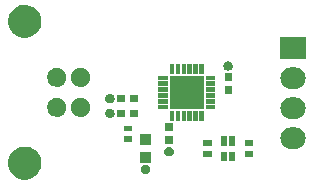
<source format=gts>
G04 #@! TF.FileFunction,Soldermask,Top*
%FSLAX46Y46*%
G04 Gerber Fmt 4.6, Leading zero omitted, Abs format (unit mm)*
G04 Created by KiCad (PCBNEW LL-2015-09-25-git:d09c0a2-llkicadgr) date Fri 25 Sep 2015 11:15:43 PM EEST*
%MOMM*%
G01*
G04 APERTURE LIST*
%ADD10C,0.150000*%
G04 APERTURE END LIST*
D10*
G36*
X134448049Y-109580401D02*
X134716999Y-109635609D01*
X134970100Y-109742002D01*
X135197718Y-109895532D01*
X135391182Y-110090352D01*
X135543121Y-110319037D01*
X135647742Y-110572870D01*
X135701004Y-110841858D01*
X135701004Y-110841868D01*
X135701070Y-110842202D01*
X135696691Y-111155797D01*
X135696615Y-111156131D01*
X135696615Y-111156143D01*
X135635867Y-111423529D01*
X135524194Y-111674350D01*
X135365931Y-111898702D01*
X135167101Y-112088045D01*
X134935289Y-112235157D01*
X134679312Y-112334445D01*
X134408930Y-112382120D01*
X134134433Y-112376371D01*
X133866275Y-112317412D01*
X133614690Y-112207497D01*
X133389231Y-112050799D01*
X133198509Y-111853300D01*
X133049782Y-111622522D01*
X132948711Y-111367245D01*
X132899147Y-111097194D01*
X132902981Y-110822666D01*
X132960063Y-110554112D01*
X133068224Y-110301755D01*
X133223339Y-110075216D01*
X133419504Y-109883116D01*
X133649242Y-109732780D01*
X133903806Y-109629930D01*
X134173496Y-109578484D01*
X134448049Y-109580401D01*
X134448049Y-109580401D01*
G37*
G36*
X144542013Y-111100265D02*
X144618857Y-111116039D01*
X144691169Y-111146436D01*
X144756206Y-111190304D01*
X144811478Y-111245963D01*
X144854891Y-111311304D01*
X144884782Y-111383825D01*
X144899951Y-111460433D01*
X144899951Y-111460444D01*
X144900017Y-111460778D01*
X144898766Y-111550376D01*
X144898689Y-111550715D01*
X144898689Y-111550718D01*
X144881388Y-111626874D01*
X144849483Y-111698533D01*
X144804266Y-111762633D01*
X144747454Y-111816733D01*
X144681225Y-111858763D01*
X144608088Y-111887132D01*
X144530839Y-111900752D01*
X144452411Y-111899110D01*
X144375793Y-111882264D01*
X144303914Y-111850861D01*
X144239494Y-111806088D01*
X144185004Y-111749662D01*
X144142510Y-111683725D01*
X144113634Y-111610791D01*
X144099472Y-111533630D01*
X144100568Y-111455195D01*
X144116876Y-111378468D01*
X144147780Y-111306365D01*
X144192098Y-111241640D01*
X144248146Y-111186753D01*
X144313784Y-111143801D01*
X144386517Y-111114415D01*
X144463568Y-111099717D01*
X144542013Y-111100265D01*
X144542013Y-111100265D01*
G37*
G36*
X144948780Y-110948080D02*
X144051220Y-110948080D01*
X144051220Y-110050520D01*
X144948780Y-110050520D01*
X144948780Y-110948080D01*
X144948780Y-110948080D01*
G37*
G36*
X152100000Y-110800000D02*
X151600000Y-110800000D01*
X151600000Y-110000000D01*
X152100000Y-110000000D01*
X152100000Y-110800000D01*
X152100000Y-110800000D01*
G37*
G36*
X151400000Y-110800000D02*
X150900000Y-110800000D01*
X150900000Y-110000000D01*
X151400000Y-110000000D01*
X151400000Y-110800000D01*
X151400000Y-110800000D01*
G37*
G36*
X150100000Y-110450000D02*
X149400000Y-110450000D01*
X149400000Y-109950000D01*
X150100000Y-109950000D01*
X150100000Y-110450000D01*
X150100000Y-110450000D01*
G37*
G36*
X153600000Y-110450000D02*
X152900000Y-110450000D01*
X152900000Y-109950000D01*
X153600000Y-109950000D01*
X153600000Y-110450000D01*
X153600000Y-110450000D01*
G37*
G36*
X146542013Y-109600265D02*
X146618857Y-109616039D01*
X146691169Y-109646436D01*
X146756206Y-109690304D01*
X146811478Y-109745963D01*
X146854891Y-109811304D01*
X146884782Y-109883825D01*
X146899951Y-109960433D01*
X146899951Y-109960444D01*
X146900017Y-109960778D01*
X146898766Y-110050376D01*
X146898689Y-110050715D01*
X146898689Y-110050718D01*
X146881388Y-110126874D01*
X146849483Y-110198533D01*
X146804266Y-110262633D01*
X146747454Y-110316733D01*
X146681225Y-110358763D01*
X146608088Y-110387132D01*
X146530839Y-110400752D01*
X146452411Y-110399110D01*
X146375793Y-110382264D01*
X146303914Y-110350861D01*
X146239494Y-110306088D01*
X146185004Y-110249662D01*
X146142510Y-110183725D01*
X146113634Y-110110791D01*
X146099472Y-110033630D01*
X146100568Y-109955195D01*
X146116876Y-109878468D01*
X146147780Y-109806365D01*
X146192098Y-109741640D01*
X146248146Y-109686753D01*
X146313784Y-109643801D01*
X146386517Y-109614415D01*
X146463568Y-109599717D01*
X146542013Y-109600265D01*
X146542013Y-109600265D01*
G37*
G36*
X157164938Y-107956451D02*
X157170314Y-107956489D01*
X157347506Y-107976364D01*
X157517463Y-108030278D01*
X157673712Y-108116176D01*
X157810300Y-108230788D01*
X157922026Y-108369746D01*
X158004633Y-108527759D01*
X158054976Y-108698808D01*
X158054979Y-108698842D01*
X158054983Y-108698855D01*
X158071139Y-108876376D01*
X158052506Y-109053655D01*
X158052502Y-109053668D01*
X158052498Y-109053705D01*
X157999772Y-109224034D01*
X157914967Y-109380879D01*
X157801312Y-109518264D01*
X157663137Y-109630957D01*
X157505704Y-109714665D01*
X157335011Y-109766201D01*
X157157558Y-109783600D01*
X156842406Y-109783600D01*
X156835062Y-109783549D01*
X156829686Y-109783511D01*
X156652494Y-109763636D01*
X156482537Y-109709722D01*
X156326288Y-109623824D01*
X156189700Y-109509212D01*
X156077974Y-109370254D01*
X155995367Y-109212241D01*
X155945024Y-109041192D01*
X155945021Y-109041158D01*
X155945017Y-109041145D01*
X155928861Y-108863624D01*
X155947494Y-108686345D01*
X155947498Y-108686332D01*
X155947502Y-108686295D01*
X156000228Y-108515966D01*
X156085033Y-108359121D01*
X156198688Y-108221736D01*
X156336863Y-108109043D01*
X156494296Y-108025335D01*
X156664989Y-107973799D01*
X156842442Y-107956400D01*
X157157594Y-107956400D01*
X157164938Y-107956451D01*
X157164938Y-107956451D01*
G37*
G36*
X153600000Y-109550000D02*
X152900000Y-109550000D01*
X152900000Y-109050000D01*
X153600000Y-109050000D01*
X153600000Y-109550000D01*
X153600000Y-109550000D01*
G37*
G36*
X150100000Y-109550000D02*
X149400000Y-109550000D01*
X149400000Y-109050000D01*
X150100000Y-109050000D01*
X150100000Y-109550000D01*
X150100000Y-109550000D01*
G37*
G36*
X152100000Y-109500000D02*
X151600000Y-109500000D01*
X151600000Y-108700000D01*
X152100000Y-108700000D01*
X152100000Y-109500000D01*
X152100000Y-109500000D01*
G37*
G36*
X151400000Y-109500000D02*
X150900000Y-109500000D01*
X150900000Y-108700000D01*
X151400000Y-108700000D01*
X151400000Y-109500000D01*
X151400000Y-109500000D01*
G37*
G36*
X144948780Y-109449480D02*
X144051220Y-109449480D01*
X144051220Y-108551920D01*
X144948780Y-108551920D01*
X144948780Y-109449480D01*
X144948780Y-109449480D01*
G37*
G36*
X146800000Y-109400000D02*
X146200000Y-109400000D01*
X146200000Y-108700000D01*
X146800000Y-108700000D01*
X146800000Y-109400000D01*
X146800000Y-109400000D01*
G37*
G36*
X143350000Y-109200000D02*
X142650000Y-109200000D01*
X142650000Y-108700000D01*
X143350000Y-108700000D01*
X143350000Y-109200000D01*
X143350000Y-109200000D01*
G37*
G36*
X146800000Y-108300000D02*
X146200000Y-108300000D01*
X146200000Y-107600000D01*
X146800000Y-107600000D01*
X146800000Y-108300000D01*
X146800000Y-108300000D01*
G37*
G36*
X143350000Y-108300000D02*
X142650000Y-108300000D01*
X142650000Y-107800000D01*
X143350000Y-107800000D01*
X143350000Y-108300000D01*
X143350000Y-108300000D01*
G37*
G36*
X149435000Y-107410000D02*
X149065000Y-107410000D01*
X149065000Y-106590000D01*
X149435000Y-106590000D01*
X149435000Y-107410000D01*
X149435000Y-107410000D01*
G37*
G36*
X147935000Y-107410000D02*
X147565000Y-107410000D01*
X147565000Y-106590000D01*
X147935000Y-106590000D01*
X147935000Y-107410000D01*
X147935000Y-107410000D01*
G37*
G36*
X148435000Y-107410000D02*
X148065000Y-107410000D01*
X148065000Y-106590000D01*
X148435000Y-106590000D01*
X148435000Y-107410000D01*
X148435000Y-107410000D01*
G37*
G36*
X148935000Y-107410000D02*
X148565000Y-107410000D01*
X148565000Y-106590000D01*
X148935000Y-106590000D01*
X148935000Y-107410000D01*
X148935000Y-107410000D01*
G37*
G36*
X147435000Y-107410000D02*
X147065000Y-107410000D01*
X147065000Y-106590000D01*
X147435000Y-106590000D01*
X147435000Y-107410000D01*
X147435000Y-107410000D01*
G37*
G36*
X146935000Y-107410000D02*
X146565000Y-107410000D01*
X146565000Y-106590000D01*
X146935000Y-106590000D01*
X146935000Y-107410000D01*
X146935000Y-107410000D01*
G37*
G36*
X157164938Y-105416451D02*
X157170314Y-105416489D01*
X157347506Y-105436364D01*
X157517463Y-105490278D01*
X157673712Y-105576176D01*
X157810300Y-105690788D01*
X157922026Y-105829746D01*
X158004633Y-105987759D01*
X158054976Y-106158808D01*
X158054979Y-106158842D01*
X158054983Y-106158855D01*
X158071139Y-106336376D01*
X158052506Y-106513655D01*
X158052502Y-106513668D01*
X158052498Y-106513705D01*
X157999772Y-106684034D01*
X157914967Y-106840879D01*
X157801312Y-106978264D01*
X157663137Y-107090957D01*
X157505704Y-107174665D01*
X157335011Y-107226201D01*
X157157558Y-107243600D01*
X156842406Y-107243600D01*
X156835062Y-107243549D01*
X156829686Y-107243511D01*
X156652494Y-107223636D01*
X156482537Y-107169722D01*
X156326288Y-107083824D01*
X156189700Y-106969212D01*
X156077974Y-106830254D01*
X155995367Y-106672241D01*
X155945024Y-106501192D01*
X155945021Y-106501158D01*
X155945017Y-106501145D01*
X155928861Y-106323624D01*
X155947494Y-106146345D01*
X155947498Y-106146332D01*
X155947502Y-106146295D01*
X156000228Y-105975966D01*
X156085033Y-105819121D01*
X156198688Y-105681736D01*
X156336863Y-105569043D01*
X156494296Y-105485335D01*
X156664989Y-105433799D01*
X156842442Y-105416400D01*
X157157594Y-105416400D01*
X157164938Y-105416451D01*
X157164938Y-105416451D01*
G37*
G36*
X141542013Y-106350265D02*
X141618857Y-106366039D01*
X141691169Y-106396436D01*
X141756206Y-106440304D01*
X141811478Y-106495963D01*
X141854891Y-106561304D01*
X141884782Y-106633825D01*
X141899951Y-106710433D01*
X141899951Y-106710444D01*
X141900017Y-106710778D01*
X141898766Y-106800376D01*
X141898689Y-106800715D01*
X141898689Y-106800718D01*
X141881388Y-106876874D01*
X141849483Y-106948533D01*
X141804266Y-107012633D01*
X141747454Y-107066733D01*
X141681225Y-107108763D01*
X141608088Y-107137132D01*
X141530839Y-107150752D01*
X141452411Y-107149110D01*
X141375793Y-107132264D01*
X141303914Y-107100861D01*
X141239494Y-107056088D01*
X141185004Y-106999662D01*
X141142510Y-106933725D01*
X141113634Y-106860791D01*
X141099472Y-106783630D01*
X141100568Y-106705195D01*
X141116876Y-106628468D01*
X141147780Y-106556365D01*
X141192098Y-106491640D01*
X141248146Y-106436753D01*
X141313784Y-106393801D01*
X141386517Y-106364415D01*
X141463568Y-106349717D01*
X141542013Y-106350265D01*
X141542013Y-106350265D01*
G37*
G36*
X137086308Y-105438539D02*
X137242299Y-105470560D01*
X137389095Y-105532267D01*
X137521113Y-105621314D01*
X137633322Y-105734310D01*
X137721447Y-105866946D01*
X137782125Y-106014166D01*
X137812989Y-106170036D01*
X137812989Y-106170045D01*
X137813055Y-106170379D01*
X137810515Y-106352263D01*
X137810439Y-106352597D01*
X137810439Y-106352609D01*
X137775239Y-106507546D01*
X137710468Y-106653022D01*
X137618677Y-106783145D01*
X137503354Y-106892965D01*
X137368906Y-106978288D01*
X137220440Y-107035875D01*
X137063620Y-107063526D01*
X136904413Y-107060192D01*
X136748881Y-107025996D01*
X136602959Y-106962244D01*
X136472199Y-106871363D01*
X136361578Y-106756812D01*
X136275318Y-106622963D01*
X136216697Y-106474903D01*
X136187950Y-106318272D01*
X136190174Y-106159048D01*
X136223281Y-106003289D01*
X136286015Y-105856922D01*
X136375981Y-105725530D01*
X136489756Y-105614112D01*
X136623002Y-105526918D01*
X136770649Y-105467265D01*
X136927067Y-105437427D01*
X137086308Y-105438539D01*
X137086308Y-105438539D01*
G37*
G36*
X139085288Y-105438539D02*
X139241279Y-105470560D01*
X139388075Y-105532267D01*
X139520093Y-105621314D01*
X139632302Y-105734310D01*
X139720427Y-105866946D01*
X139781105Y-106014166D01*
X139811969Y-106170036D01*
X139811969Y-106170045D01*
X139812035Y-106170379D01*
X139809495Y-106352263D01*
X139809419Y-106352597D01*
X139809419Y-106352609D01*
X139774219Y-106507546D01*
X139709448Y-106653022D01*
X139617657Y-106783145D01*
X139502334Y-106892965D01*
X139367886Y-106978288D01*
X139219420Y-107035875D01*
X139062600Y-107063526D01*
X138903393Y-107060192D01*
X138747861Y-107025996D01*
X138601939Y-106962244D01*
X138471179Y-106871363D01*
X138360558Y-106756812D01*
X138274298Y-106622963D01*
X138215677Y-106474903D01*
X138186930Y-106318272D01*
X138189154Y-106159048D01*
X138222261Y-106003289D01*
X138284995Y-105856922D01*
X138374961Y-105725530D01*
X138488736Y-105614112D01*
X138621982Y-105526918D01*
X138769629Y-105467265D01*
X138926047Y-105437427D01*
X139085288Y-105438539D01*
X139085288Y-105438539D01*
G37*
G36*
X142800000Y-107050000D02*
X142100000Y-107050000D01*
X142100000Y-106450000D01*
X142800000Y-106450000D01*
X142800000Y-107050000D01*
X142800000Y-107050000D01*
G37*
G36*
X143900000Y-107050000D02*
X143200000Y-107050000D01*
X143200000Y-106450000D01*
X143900000Y-106450000D01*
X143900000Y-107050000D01*
X143900000Y-107050000D01*
G37*
G36*
X150410000Y-106435000D02*
X149590000Y-106435000D01*
X149590000Y-106065000D01*
X150410000Y-106065000D01*
X150410000Y-106435000D01*
X150410000Y-106435000D01*
G37*
G36*
X146410000Y-106435000D02*
X145590000Y-106435000D01*
X145590000Y-106065000D01*
X146410000Y-106065000D01*
X146410000Y-106435000D01*
X146410000Y-106435000D01*
G37*
G36*
X149435000Y-106435000D02*
X146565000Y-106435000D01*
X146565000Y-103565000D01*
X149435000Y-103565000D01*
X149435000Y-106435000D01*
X149435000Y-106435000D01*
G37*
G36*
X150410000Y-105935000D02*
X149590000Y-105935000D01*
X149590000Y-105565000D01*
X150410000Y-105565000D01*
X150410000Y-105935000D01*
X150410000Y-105935000D01*
G37*
G36*
X146410000Y-105935000D02*
X145590000Y-105935000D01*
X145590000Y-105565000D01*
X146410000Y-105565000D01*
X146410000Y-105935000D01*
X146410000Y-105935000D01*
G37*
G36*
X141542013Y-105100265D02*
X141618857Y-105116039D01*
X141691169Y-105146436D01*
X141756206Y-105190304D01*
X141811478Y-105245963D01*
X141854891Y-105311304D01*
X141884782Y-105383825D01*
X141899951Y-105460433D01*
X141899951Y-105460444D01*
X141900017Y-105460778D01*
X141898766Y-105550376D01*
X141898689Y-105550715D01*
X141898689Y-105550718D01*
X141881388Y-105626874D01*
X141849483Y-105698533D01*
X141804266Y-105762633D01*
X141747454Y-105816733D01*
X141681225Y-105858763D01*
X141608088Y-105887132D01*
X141530839Y-105900752D01*
X141452411Y-105899110D01*
X141375793Y-105882264D01*
X141303914Y-105850861D01*
X141239494Y-105806088D01*
X141185004Y-105749662D01*
X141142510Y-105683725D01*
X141113634Y-105610791D01*
X141099472Y-105533630D01*
X141100568Y-105455195D01*
X141116876Y-105378468D01*
X141147780Y-105306365D01*
X141192098Y-105241640D01*
X141248146Y-105186753D01*
X141313784Y-105143801D01*
X141386517Y-105114415D01*
X141463568Y-105099717D01*
X141542013Y-105100265D01*
X141542013Y-105100265D01*
G37*
G36*
X143900000Y-105800000D02*
X143200000Y-105800000D01*
X143200000Y-105200000D01*
X143900000Y-105200000D01*
X143900000Y-105800000D01*
X143900000Y-105800000D01*
G37*
G36*
X142800000Y-105800000D02*
X142100000Y-105800000D01*
X142100000Y-105200000D01*
X142800000Y-105200000D01*
X142800000Y-105800000D01*
X142800000Y-105800000D01*
G37*
G36*
X150410000Y-105435000D02*
X149590000Y-105435000D01*
X149590000Y-105065000D01*
X150410000Y-105065000D01*
X150410000Y-105435000D01*
X150410000Y-105435000D01*
G37*
G36*
X146410000Y-105435000D02*
X145590000Y-105435000D01*
X145590000Y-105065000D01*
X146410000Y-105065000D01*
X146410000Y-105435000D01*
X146410000Y-105435000D01*
G37*
G36*
X151800000Y-105150000D02*
X151200000Y-105150000D01*
X151200000Y-104450000D01*
X151800000Y-104450000D01*
X151800000Y-105150000D01*
X151800000Y-105150000D01*
G37*
G36*
X150410000Y-104935000D02*
X149590000Y-104935000D01*
X149590000Y-104565000D01*
X150410000Y-104565000D01*
X150410000Y-104935000D01*
X150410000Y-104935000D01*
G37*
G36*
X146410000Y-104935000D02*
X145590000Y-104935000D01*
X145590000Y-104565000D01*
X146410000Y-104565000D01*
X146410000Y-104935000D01*
X146410000Y-104935000D01*
G37*
G36*
X157164938Y-102876451D02*
X157170314Y-102876489D01*
X157347506Y-102896364D01*
X157517463Y-102950278D01*
X157673712Y-103036176D01*
X157810300Y-103150788D01*
X157922026Y-103289746D01*
X158004633Y-103447759D01*
X158054976Y-103618808D01*
X158054979Y-103618842D01*
X158054983Y-103618855D01*
X158071139Y-103796376D01*
X158052506Y-103973655D01*
X158052502Y-103973668D01*
X158052498Y-103973705D01*
X157999772Y-104144034D01*
X157914967Y-104300879D01*
X157801312Y-104438264D01*
X157663137Y-104550957D01*
X157505704Y-104634665D01*
X157335011Y-104686201D01*
X157157558Y-104703600D01*
X156842406Y-104703600D01*
X156835062Y-104703549D01*
X156829686Y-104703511D01*
X156652494Y-104683636D01*
X156482537Y-104629722D01*
X156326288Y-104543824D01*
X156189700Y-104429212D01*
X156077974Y-104290254D01*
X155995367Y-104132241D01*
X155945024Y-103961192D01*
X155945021Y-103961158D01*
X155945017Y-103961145D01*
X155928861Y-103783624D01*
X155947494Y-103606345D01*
X155947498Y-103606332D01*
X155947502Y-103606295D01*
X156000228Y-103435966D01*
X156085033Y-103279121D01*
X156198688Y-103141736D01*
X156336863Y-103029043D01*
X156494296Y-102945335D01*
X156664989Y-102893799D01*
X156842442Y-102876400D01*
X157157594Y-102876400D01*
X157164938Y-102876451D01*
X157164938Y-102876451D01*
G37*
G36*
X137086308Y-102898539D02*
X137242299Y-102930560D01*
X137389095Y-102992267D01*
X137521113Y-103081314D01*
X137633322Y-103194310D01*
X137721447Y-103326946D01*
X137782125Y-103474166D01*
X137812989Y-103630036D01*
X137812989Y-103630045D01*
X137813055Y-103630379D01*
X137810515Y-103812263D01*
X137810439Y-103812597D01*
X137810439Y-103812609D01*
X137775239Y-103967546D01*
X137710468Y-104113022D01*
X137618677Y-104243145D01*
X137503354Y-104352965D01*
X137368906Y-104438288D01*
X137220440Y-104495875D01*
X137063620Y-104523526D01*
X136904413Y-104520192D01*
X136748881Y-104485996D01*
X136602959Y-104422244D01*
X136472199Y-104331363D01*
X136361578Y-104216812D01*
X136275318Y-104082963D01*
X136216697Y-103934903D01*
X136187950Y-103778272D01*
X136190174Y-103619048D01*
X136223281Y-103463289D01*
X136286015Y-103316922D01*
X136375981Y-103185530D01*
X136489756Y-103074112D01*
X136623002Y-102986918D01*
X136770649Y-102927265D01*
X136927067Y-102897427D01*
X137086308Y-102898539D01*
X137086308Y-102898539D01*
G37*
G36*
X139085288Y-102898539D02*
X139241279Y-102930560D01*
X139388075Y-102992267D01*
X139520093Y-103081314D01*
X139632302Y-103194310D01*
X139720427Y-103326946D01*
X139781105Y-103474166D01*
X139811969Y-103630036D01*
X139811969Y-103630045D01*
X139812035Y-103630379D01*
X139809495Y-103812263D01*
X139809419Y-103812597D01*
X139809419Y-103812609D01*
X139774219Y-103967546D01*
X139709448Y-104113022D01*
X139617657Y-104243145D01*
X139502334Y-104352965D01*
X139367886Y-104438288D01*
X139219420Y-104495875D01*
X139062600Y-104523526D01*
X138903393Y-104520192D01*
X138747861Y-104485996D01*
X138601939Y-104422244D01*
X138471179Y-104331363D01*
X138360558Y-104216812D01*
X138274298Y-104082963D01*
X138215677Y-103934903D01*
X138186930Y-103778272D01*
X138189154Y-103619048D01*
X138222261Y-103463289D01*
X138284995Y-103316922D01*
X138374961Y-103185530D01*
X138488736Y-103074112D01*
X138621982Y-102986918D01*
X138769629Y-102927265D01*
X138926047Y-102897427D01*
X139085288Y-102898539D01*
X139085288Y-102898539D01*
G37*
G36*
X146410000Y-104435000D02*
X145590000Y-104435000D01*
X145590000Y-104065000D01*
X146410000Y-104065000D01*
X146410000Y-104435000D01*
X146410000Y-104435000D01*
G37*
G36*
X150410000Y-104435000D02*
X149590000Y-104435000D01*
X149590000Y-104065000D01*
X150410000Y-104065000D01*
X150410000Y-104435000D01*
X150410000Y-104435000D01*
G37*
G36*
X151800000Y-104050000D02*
X151200000Y-104050000D01*
X151200000Y-103350000D01*
X151800000Y-103350000D01*
X151800000Y-104050000D01*
X151800000Y-104050000D01*
G37*
G36*
X150410000Y-103935000D02*
X149590000Y-103935000D01*
X149590000Y-103565000D01*
X150410000Y-103565000D01*
X150410000Y-103935000D01*
X150410000Y-103935000D01*
G37*
G36*
X146410000Y-103935000D02*
X145590000Y-103935000D01*
X145590000Y-103565000D01*
X146410000Y-103565000D01*
X146410000Y-103935000D01*
X146410000Y-103935000D01*
G37*
G36*
X148435000Y-103410000D02*
X148065000Y-103410000D01*
X148065000Y-102590000D01*
X148435000Y-102590000D01*
X148435000Y-103410000D01*
X148435000Y-103410000D01*
G37*
G36*
X146935000Y-103410000D02*
X146565000Y-103410000D01*
X146565000Y-102590000D01*
X146935000Y-102590000D01*
X146935000Y-103410000D01*
X146935000Y-103410000D01*
G37*
G36*
X147435000Y-103410000D02*
X147065000Y-103410000D01*
X147065000Y-102590000D01*
X147435000Y-102590000D01*
X147435000Y-103410000D01*
X147435000Y-103410000D01*
G37*
G36*
X147935000Y-103410000D02*
X147565000Y-103410000D01*
X147565000Y-102590000D01*
X147935000Y-102590000D01*
X147935000Y-103410000D01*
X147935000Y-103410000D01*
G37*
G36*
X148935000Y-103410000D02*
X148565000Y-103410000D01*
X148565000Y-102590000D01*
X148935000Y-102590000D01*
X148935000Y-103410000D01*
X148935000Y-103410000D01*
G37*
G36*
X149435000Y-103410000D02*
X149065000Y-103410000D01*
X149065000Y-102590000D01*
X149435000Y-102590000D01*
X149435000Y-103410000D01*
X149435000Y-103410000D01*
G37*
G36*
X151542013Y-102350265D02*
X151618857Y-102366039D01*
X151691169Y-102396436D01*
X151756206Y-102440304D01*
X151811478Y-102495963D01*
X151854891Y-102561304D01*
X151884782Y-102633825D01*
X151899951Y-102710433D01*
X151899951Y-102710444D01*
X151900017Y-102710778D01*
X151898766Y-102800376D01*
X151898689Y-102800715D01*
X151898689Y-102800718D01*
X151881388Y-102876874D01*
X151849483Y-102948533D01*
X151804266Y-103012633D01*
X151747454Y-103066733D01*
X151681225Y-103108763D01*
X151608088Y-103137132D01*
X151530839Y-103150752D01*
X151452411Y-103149110D01*
X151375793Y-103132264D01*
X151303914Y-103100861D01*
X151239494Y-103056088D01*
X151185004Y-102999662D01*
X151142510Y-102933725D01*
X151113634Y-102860791D01*
X151099472Y-102783630D01*
X151100568Y-102705195D01*
X151116876Y-102628468D01*
X151147780Y-102556365D01*
X151192098Y-102491640D01*
X151248146Y-102436753D01*
X151313784Y-102393801D01*
X151386517Y-102364415D01*
X151463568Y-102349717D01*
X151542013Y-102350265D01*
X151542013Y-102350265D01*
G37*
G36*
X158066000Y-102163600D02*
X155934000Y-102163600D01*
X155934000Y-100336400D01*
X158066000Y-100336400D01*
X158066000Y-102163600D01*
X158066000Y-102163600D01*
G37*
G36*
X134448049Y-97581441D02*
X134716999Y-97636649D01*
X134970100Y-97743042D01*
X135197718Y-97896572D01*
X135391182Y-98091392D01*
X135543121Y-98320077D01*
X135647742Y-98573910D01*
X135701004Y-98842898D01*
X135701004Y-98842908D01*
X135701070Y-98843242D01*
X135696691Y-99156837D01*
X135696615Y-99157171D01*
X135696615Y-99157183D01*
X135635867Y-99424569D01*
X135524194Y-99675390D01*
X135365931Y-99899742D01*
X135167101Y-100089085D01*
X134935289Y-100236197D01*
X134679312Y-100335485D01*
X134408930Y-100383160D01*
X134134433Y-100377411D01*
X133866275Y-100318452D01*
X133614690Y-100208537D01*
X133389231Y-100051839D01*
X133198509Y-99854340D01*
X133049782Y-99623562D01*
X132948711Y-99368285D01*
X132899147Y-99098234D01*
X132902981Y-98823706D01*
X132960063Y-98555152D01*
X133068224Y-98302795D01*
X133223339Y-98076256D01*
X133419504Y-97884156D01*
X133649242Y-97733820D01*
X133903806Y-97630970D01*
X134173496Y-97579524D01*
X134448049Y-97581441D01*
X134448049Y-97581441D01*
G37*
M02*

</source>
